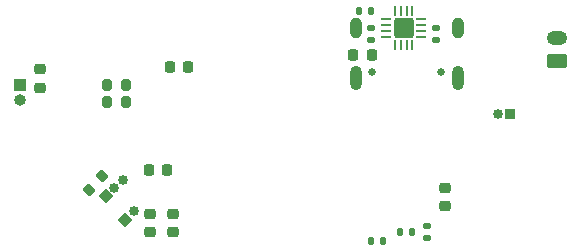
<source format=gbr>
%TF.GenerationSoftware,KiCad,Pcbnew,9.0.1-rc2-202503292320~1d443ca74c~ubuntu24.04.1*%
%TF.CreationDate,2025-04-04T23:21:44+10:00*%
%TF.ProjectId,Stormbreaker,53746f72-6d62-4726-9561-6b65722e6b69,rev?*%
%TF.SameCoordinates,Original*%
%TF.FileFunction,Soldermask,Bot*%
%TF.FilePolarity,Negative*%
%FSLAX46Y46*%
G04 Gerber Fmt 4.6, Leading zero omitted, Abs format (unit mm)*
G04 Created by KiCad (PCBNEW 9.0.1-rc2-202503292320~1d443ca74c~ubuntu24.04.1) date 2025-04-04 23:21:44*
%MOMM*%
%LPD*%
G01*
G04 APERTURE LIST*
G04 Aperture macros list*
%AMRoundRect*
0 Rectangle with rounded corners*
0 $1 Rounding radius*
0 $2 $3 $4 $5 $6 $7 $8 $9 X,Y pos of 4 corners*
0 Add a 4 corners polygon primitive as box body*
4,1,4,$2,$3,$4,$5,$6,$7,$8,$9,$2,$3,0*
0 Add four circle primitives for the rounded corners*
1,1,$1+$1,$2,$3*
1,1,$1+$1,$4,$5*
1,1,$1+$1,$6,$7*
1,1,$1+$1,$8,$9*
0 Add four rect primitives between the rounded corners*
20,1,$1+$1,$2,$3,$4,$5,0*
20,1,$1+$1,$4,$5,$6,$7,0*
20,1,$1+$1,$6,$7,$8,$9,0*
20,1,$1+$1,$8,$9,$2,$3,0*%
%AMHorizOval*
0 Thick line with rounded ends*
0 $1 width*
0 $2 $3 position (X,Y) of the first rounded end (center of the circle)*
0 $4 $5 position (X,Y) of the second rounded end (center of the circle)*
0 Add line between two ends*
20,1,$1,$2,$3,$4,$5,0*
0 Add two circle primitives to create the rounded ends*
1,1,$1,$2,$3*
1,1,$1,$4,$5*%
%AMRotRect*
0 Rectangle, with rotation*
0 The origin of the aperture is its center*
0 $1 length*
0 $2 width*
0 $3 Rotation angle, in degrees counterclockwise*
0 Add horizontal line*
21,1,$1,$2,0,0,$3*%
G04 Aperture macros list end*
%ADD10RotRect,0.850000X0.850000X135.000000*%
%ADD11HorizOval,0.850000X0.000000X0.000000X0.000000X0.000000X0*%
%ADD12C,0.650000*%
%ADD13O,1.000000X2.100000*%
%ADD14O,1.000000X1.800000*%
%ADD15RoundRect,0.250000X0.625000X-0.350000X0.625000X0.350000X-0.625000X0.350000X-0.625000X-0.350000X0*%
%ADD16O,1.750000X1.200000*%
%ADD17C,0.850000*%
%ADD18R,0.850000X0.850000*%
%ADD19O,0.850000X0.850000*%
%ADD20R,1.000000X1.000000*%
%ADD21O,1.000000X1.000000*%
%ADD22RoundRect,0.225000X0.250000X-0.225000X0.250000X0.225000X-0.250000X0.225000X-0.250000X-0.225000X0*%
%ADD23RoundRect,0.200000X-0.200000X-0.275000X0.200000X-0.275000X0.200000X0.275000X-0.200000X0.275000X0*%
%ADD24RoundRect,0.225000X0.225000X0.250000X-0.225000X0.250000X-0.225000X-0.250000X0.225000X-0.250000X0*%
%ADD25RoundRect,0.135000X-0.135000X-0.185000X0.135000X-0.185000X0.135000X0.185000X-0.135000X0.185000X0*%
%ADD26RoundRect,0.135000X0.135000X0.185000X-0.135000X0.185000X-0.135000X-0.185000X0.135000X-0.185000X0*%
%ADD27RoundRect,0.135000X0.185000X-0.135000X0.185000X0.135000X-0.185000X0.135000X-0.185000X-0.135000X0*%
%ADD28RoundRect,0.135000X-0.185000X0.135000X-0.185000X-0.135000X0.185000X-0.135000X0.185000X0.135000X0*%
%ADD29RoundRect,0.225000X-0.225000X-0.250000X0.225000X-0.250000X0.225000X0.250000X-0.225000X0.250000X0*%
%ADD30RoundRect,0.200000X-0.053033X0.335876X-0.335876X0.053033X0.053033X-0.335876X0.335876X-0.053033X0*%
%ADD31RoundRect,0.062500X0.062500X-0.337500X0.062500X0.337500X-0.062500X0.337500X-0.062500X-0.337500X0*%
%ADD32RoundRect,0.062500X0.337500X-0.062500X0.337500X0.062500X-0.337500X0.062500X-0.337500X-0.062500X0*%
%ADD33RoundRect,0.250000X0.600000X-0.600000X0.600000X0.600000X-0.600000X0.600000X-0.600000X-0.600000X0*%
G04 APERTURE END LIST*
D10*
%TO.C,J3*%
X122542893Y-57457107D03*
D11*
X123250000Y-56750000D03*
X123957107Y-56042893D03*
%TD*%
D12*
%TO.C,J2*%
X150890000Y-46915000D03*
X145110000Y-46915000D03*
D13*
X152320000Y-47415000D03*
D14*
X152320000Y-43235000D03*
D13*
X143680000Y-47415000D03*
D14*
X143680000Y-43235000D03*
%TD*%
D15*
%TO.C,BT2*%
X160750000Y-46000000D03*
D16*
X160750000Y-44000000D03*
%TD*%
D10*
%TO.C,J5*%
X124191386Y-59426777D03*
D17*
X124898493Y-58719670D03*
%TD*%
D18*
%TO.C,J4*%
X156750000Y-50500000D03*
D19*
X155750000Y-50500000D03*
%TD*%
D20*
%TO.C,BT1*%
X115250000Y-48000000D03*
D21*
X115250000Y-49270000D03*
%TD*%
D22*
%TO.C,C13*%
X117000000Y-48250000D03*
X117000000Y-46700000D03*
%TD*%
D23*
%TO.C,R9*%
X122600000Y-49500000D03*
X124250000Y-49500000D03*
%TD*%
D22*
%TO.C,C9*%
X126250000Y-60500000D03*
X126250000Y-58950000D03*
%TD*%
D23*
%TO.C,R10*%
X122600000Y-48000000D03*
X124250000Y-48000000D03*
%TD*%
D24*
%TO.C,C11*%
X129500000Y-46500000D03*
X127950000Y-46500000D03*
%TD*%
D25*
%TO.C,R1*%
X145000000Y-61250000D03*
X146020000Y-61250000D03*
%TD*%
D22*
%TO.C,C2*%
X151250000Y-58250000D03*
X151250000Y-56700000D03*
%TD*%
D26*
%TO.C,R12*%
X145000000Y-41750000D03*
X143980000Y-41750000D03*
%TD*%
D27*
%TO.C,R11*%
X150500000Y-44220000D03*
X150500000Y-43200000D03*
%TD*%
D22*
%TO.C,C10*%
X128250000Y-60500000D03*
X128250000Y-58950000D03*
%TD*%
D28*
%TO.C,R2*%
X149750000Y-59980000D03*
X149750000Y-61000000D03*
%TD*%
D29*
%TO.C,C15*%
X143495000Y-45500000D03*
X145045000Y-45500000D03*
%TD*%
D30*
%TO.C,R7*%
X122250000Y-55750000D03*
X121083274Y-56916726D03*
%TD*%
D27*
%TO.C,R6*%
X145000000Y-44250000D03*
X145000000Y-43230000D03*
%TD*%
D26*
%TO.C,R3*%
X148500000Y-60500000D03*
X147480000Y-60500000D03*
%TD*%
D24*
%TO.C,C8*%
X127750000Y-55250000D03*
X126200000Y-55250000D03*
%TD*%
D31*
%TO.C,U4*%
X148500000Y-44650000D03*
X148000000Y-44650000D03*
X147500000Y-44650000D03*
X147000000Y-44650000D03*
D32*
X146300000Y-43950000D03*
X146300000Y-43450000D03*
X146300000Y-42950000D03*
X146300000Y-42450000D03*
D31*
X147000000Y-41750000D03*
X147500000Y-41750000D03*
X148000000Y-41750000D03*
X148500000Y-41750000D03*
D32*
X149200000Y-42450000D03*
X149200000Y-42950000D03*
X149200000Y-43450000D03*
X149200000Y-43950000D03*
D33*
X147750000Y-43200000D03*
%TD*%
M02*

</source>
